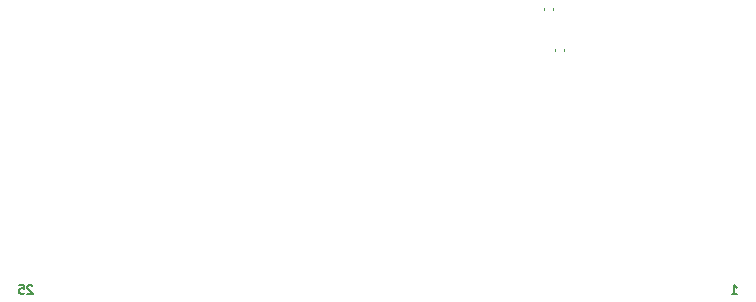
<source format=gbo>
G04 #@! TF.GenerationSoftware,KiCad,Pcbnew,(5.1.9-0-10_14)*
G04 #@! TF.CreationDate,2021-01-29T20:41:04-08:00*
G04 #@! TF.ProjectId,cart-ecp5,63617274-2d65-4637-9035-2e6b69636164,rev?*
G04 #@! TF.SameCoordinates,Original*
G04 #@! TF.FileFunction,Legend,Bot*
G04 #@! TF.FilePolarity,Positive*
%FSLAX46Y46*%
G04 Gerber Fmt 4.6, Leading zero omitted, Abs format (unit mm)*
G04 Created by KiCad (PCBNEW (5.1.9-0-10_14)) date 2021-01-29 20:41:04*
%MOMM*%
%LPD*%
G01*
G04 APERTURE LIST*
%ADD10C,0.150000*%
%ADD11C,0.120000*%
G04 APERTURE END LIST*
D10*
X120596428Y-125060714D02*
X120560714Y-125025000D01*
X120489285Y-124989285D01*
X120310714Y-124989285D01*
X120239285Y-125025000D01*
X120203571Y-125060714D01*
X120167857Y-125132142D01*
X120167857Y-125203571D01*
X120203571Y-125310714D01*
X120632142Y-125739285D01*
X120167857Y-125739285D01*
X119489285Y-124989285D02*
X119846428Y-124989285D01*
X119882142Y-125346428D01*
X119846428Y-125310714D01*
X119775000Y-125275000D01*
X119596428Y-125275000D01*
X119525000Y-125310714D01*
X119489285Y-125346428D01*
X119453571Y-125417857D01*
X119453571Y-125596428D01*
X119489285Y-125667857D01*
X119525000Y-125703571D01*
X119596428Y-125739285D01*
X119775000Y-125739285D01*
X119846428Y-125703571D01*
X119882142Y-125667857D01*
X179810714Y-125739285D02*
X180239285Y-125739285D01*
X180025000Y-125739285D02*
X180025000Y-124989285D01*
X180096428Y-125096428D01*
X180167857Y-125167857D01*
X180239285Y-125203571D01*
D11*
X163915000Y-101492164D02*
X163915000Y-101707836D01*
X164635000Y-101492164D02*
X164635000Y-101707836D01*
X164865000Y-104992164D02*
X164865000Y-105207836D01*
X165585000Y-104992164D02*
X165585000Y-105207836D01*
M02*

</source>
